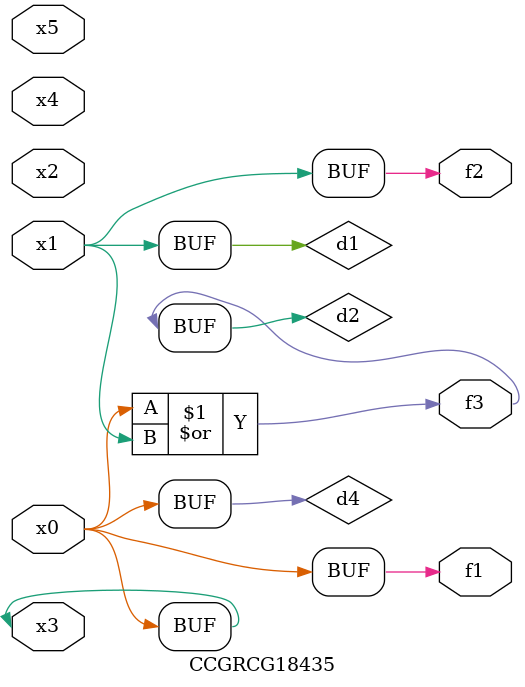
<source format=v>
module CCGRCG18435(
	input x0, x1, x2, x3, x4, x5,
	output f1, f2, f3
);

	wire d1, d2, d3, d4;

	and (d1, x1);
	or (d2, x0, x1);
	nand (d3, x0, x5);
	buf (d4, x0, x3);
	assign f1 = d4;
	assign f2 = d1;
	assign f3 = d2;
endmodule

</source>
